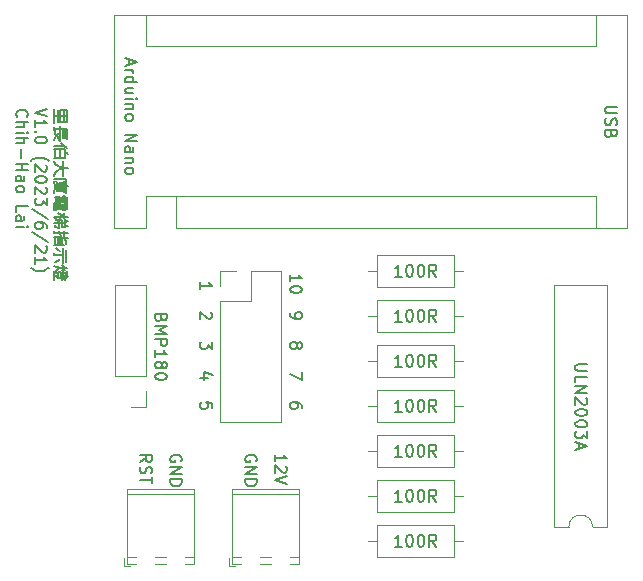
<source format=gbr>
%TF.GenerationSoftware,KiCad,Pcbnew,(6.0.7)*%
%TF.CreationDate,2023-06-21T14:43:57+08:00*%
%TF.ProjectId,Elevator_Indicator,456c6576-6174-46f7-925f-496e64696361,rev?*%
%TF.SameCoordinates,Original*%
%TF.FileFunction,Legend,Top*%
%TF.FilePolarity,Positive*%
%FSLAX46Y46*%
G04 Gerber Fmt 4.6, Leading zero omitted, Abs format (unit mm)*
G04 Created by KiCad (PCBNEW (6.0.7)) date 2023-06-21 14:43:57*
%MOMM*%
%LPD*%
G01*
G04 APERTURE LIST*
%ADD10C,0.150000*%
%ADD11C,0.120000*%
G04 APERTURE END LIST*
D10*
X93257619Y-80885357D02*
X93257619Y-81504404D01*
X92876666Y-81171071D01*
X92876666Y-81313928D01*
X92829047Y-81409166D01*
X92781428Y-81456785D01*
X92686190Y-81504404D01*
X92448095Y-81504404D01*
X92352857Y-81456785D01*
X92305238Y-81409166D01*
X92257619Y-81313928D01*
X92257619Y-81028214D01*
X92305238Y-80932976D01*
X92352857Y-80885357D01*
X92924285Y-83949166D02*
X92257619Y-83949166D01*
X93305238Y-83711071D02*
X92590952Y-83472976D01*
X92590952Y-84092023D01*
X90670000Y-91029404D02*
X90717619Y-90934166D01*
X90717619Y-90791309D01*
X90670000Y-90648452D01*
X90574761Y-90553214D01*
X90479523Y-90505595D01*
X90289047Y-90457976D01*
X90146190Y-90457976D01*
X89955714Y-90505595D01*
X89860476Y-90553214D01*
X89765238Y-90648452D01*
X89717619Y-90791309D01*
X89717619Y-90886547D01*
X89765238Y-91029404D01*
X89812857Y-91077023D01*
X90146190Y-91077023D01*
X90146190Y-90886547D01*
X89717619Y-91505595D02*
X90717619Y-91505595D01*
X89717619Y-92077023D01*
X90717619Y-92077023D01*
X89717619Y-92553214D02*
X90717619Y-92553214D01*
X90717619Y-92791309D01*
X90670000Y-92934166D01*
X90574761Y-93029404D01*
X90479523Y-93077023D01*
X90289047Y-93124642D01*
X90146190Y-93124642D01*
X89955714Y-93077023D01*
X89860476Y-93029404D01*
X89765238Y-92934166D01*
X89717619Y-92791309D01*
X89717619Y-92553214D01*
X100877619Y-83425357D02*
X100877619Y-84092023D01*
X99877619Y-83663452D01*
X127547619Y-60990595D02*
X126738095Y-60990595D01*
X126642857Y-61038214D01*
X126595238Y-61085833D01*
X126547619Y-61181071D01*
X126547619Y-61371547D01*
X126595238Y-61466785D01*
X126642857Y-61514404D01*
X126738095Y-61562023D01*
X127547619Y-61562023D01*
X126595238Y-61990595D02*
X126547619Y-62133452D01*
X126547619Y-62371547D01*
X126595238Y-62466785D01*
X126642857Y-62514404D01*
X126738095Y-62562023D01*
X126833333Y-62562023D01*
X126928571Y-62514404D01*
X126976190Y-62466785D01*
X127023809Y-62371547D01*
X127071428Y-62181071D01*
X127119047Y-62085833D01*
X127166666Y-62038214D01*
X127261904Y-61990595D01*
X127357142Y-61990595D01*
X127452380Y-62038214D01*
X127500000Y-62085833D01*
X127547619Y-62181071D01*
X127547619Y-62419166D01*
X127500000Y-62562023D01*
X127071428Y-63323928D02*
X127023809Y-63466785D01*
X126976190Y-63514404D01*
X126880952Y-63562023D01*
X126738095Y-63562023D01*
X126642857Y-63514404D01*
X126595238Y-63466785D01*
X126547619Y-63371547D01*
X126547619Y-62990595D01*
X127547619Y-62990595D01*
X127547619Y-63323928D01*
X127500000Y-63419166D01*
X127452380Y-63466785D01*
X127357142Y-63514404D01*
X127261904Y-63514404D01*
X127166666Y-63466785D01*
X127119047Y-63419166D01*
X127071428Y-63323928D01*
X127071428Y-62990595D01*
X98607619Y-91029404D02*
X98607619Y-90457976D01*
X98607619Y-90743690D02*
X99607619Y-90743690D01*
X99464761Y-90648452D01*
X99369523Y-90553214D01*
X99321904Y-90457976D01*
X99512380Y-91410357D02*
X99560000Y-91457976D01*
X99607619Y-91553214D01*
X99607619Y-91791309D01*
X99560000Y-91886547D01*
X99512380Y-91934166D01*
X99417142Y-91981785D01*
X99321904Y-91981785D01*
X99179047Y-91934166D01*
X98607619Y-91362738D01*
X98607619Y-91981785D01*
X99607619Y-92267500D02*
X98607619Y-92600833D01*
X99607619Y-92934166D01*
X100449047Y-81123452D02*
X100496666Y-81028214D01*
X100544285Y-80980595D01*
X100639523Y-80932976D01*
X100687142Y-80932976D01*
X100782380Y-80980595D01*
X100830000Y-81028214D01*
X100877619Y-81123452D01*
X100877619Y-81313928D01*
X100830000Y-81409166D01*
X100782380Y-81456785D01*
X100687142Y-81504404D01*
X100639523Y-81504404D01*
X100544285Y-81456785D01*
X100496666Y-81409166D01*
X100449047Y-81313928D01*
X100449047Y-81123452D01*
X100401428Y-81028214D01*
X100353809Y-80980595D01*
X100258571Y-80932976D01*
X100068095Y-80932976D01*
X99972857Y-80980595D01*
X99925238Y-81028214D01*
X99877619Y-81123452D01*
X99877619Y-81313928D01*
X99925238Y-81409166D01*
X99972857Y-81456785D01*
X100068095Y-81504404D01*
X100258571Y-81504404D01*
X100353809Y-81456785D01*
X100401428Y-81409166D01*
X100449047Y-81313928D01*
X88971428Y-78873928D02*
X88923809Y-79016785D01*
X88876190Y-79064404D01*
X88780952Y-79112023D01*
X88638095Y-79112023D01*
X88542857Y-79064404D01*
X88495238Y-79016785D01*
X88447619Y-78921547D01*
X88447619Y-78540595D01*
X89447619Y-78540595D01*
X89447619Y-78873928D01*
X89400000Y-78969166D01*
X89352380Y-79016785D01*
X89257142Y-79064404D01*
X89161904Y-79064404D01*
X89066666Y-79016785D01*
X89019047Y-78969166D01*
X88971428Y-78873928D01*
X88971428Y-78540595D01*
X88447619Y-79540595D02*
X89447619Y-79540595D01*
X88733333Y-79873928D01*
X89447619Y-80207261D01*
X88447619Y-80207261D01*
X88447619Y-80683452D02*
X89447619Y-80683452D01*
X89447619Y-81064404D01*
X89400000Y-81159642D01*
X89352380Y-81207261D01*
X89257142Y-81254880D01*
X89114285Y-81254880D01*
X89019047Y-81207261D01*
X88971428Y-81159642D01*
X88923809Y-81064404D01*
X88923809Y-80683452D01*
X88447619Y-82207261D02*
X88447619Y-81635833D01*
X88447619Y-81921547D02*
X89447619Y-81921547D01*
X89304761Y-81826309D01*
X89209523Y-81731071D01*
X89161904Y-81635833D01*
X89019047Y-82778690D02*
X89066666Y-82683452D01*
X89114285Y-82635833D01*
X89209523Y-82588214D01*
X89257142Y-82588214D01*
X89352380Y-82635833D01*
X89400000Y-82683452D01*
X89447619Y-82778690D01*
X89447619Y-82969166D01*
X89400000Y-83064404D01*
X89352380Y-83112023D01*
X89257142Y-83159642D01*
X89209523Y-83159642D01*
X89114285Y-83112023D01*
X89066666Y-83064404D01*
X89019047Y-82969166D01*
X89019047Y-82778690D01*
X88971428Y-82683452D01*
X88923809Y-82635833D01*
X88828571Y-82588214D01*
X88638095Y-82588214D01*
X88542857Y-82635833D01*
X88495238Y-82683452D01*
X88447619Y-82778690D01*
X88447619Y-82969166D01*
X88495238Y-83064404D01*
X88542857Y-83112023D01*
X88638095Y-83159642D01*
X88828571Y-83159642D01*
X88923809Y-83112023D01*
X88971428Y-83064404D01*
X89019047Y-82969166D01*
X89447619Y-83778690D02*
X89447619Y-83873928D01*
X89400000Y-83969166D01*
X89352380Y-84016785D01*
X89257142Y-84064404D01*
X89066666Y-84112023D01*
X88828571Y-84112023D01*
X88638095Y-84064404D01*
X88542857Y-84016785D01*
X88495238Y-83969166D01*
X88447619Y-83873928D01*
X88447619Y-83778690D01*
X88495238Y-83683452D01*
X88542857Y-83635833D01*
X88638095Y-83588214D01*
X88828571Y-83540595D01*
X89066666Y-83540595D01*
X89257142Y-83588214D01*
X89352380Y-83635833D01*
X89400000Y-83683452D01*
X89447619Y-83778690D01*
X97020000Y-91029404D02*
X97067619Y-90934166D01*
X97067619Y-90791309D01*
X97020000Y-90648452D01*
X96924761Y-90553214D01*
X96829523Y-90505595D01*
X96639047Y-90457976D01*
X96496190Y-90457976D01*
X96305714Y-90505595D01*
X96210476Y-90553214D01*
X96115238Y-90648452D01*
X96067619Y-90791309D01*
X96067619Y-90886547D01*
X96115238Y-91029404D01*
X96162857Y-91077023D01*
X96496190Y-91077023D01*
X96496190Y-90886547D01*
X96067619Y-91505595D02*
X97067619Y-91505595D01*
X96067619Y-92077023D01*
X97067619Y-92077023D01*
X96067619Y-92553214D02*
X97067619Y-92553214D01*
X97067619Y-92791309D01*
X97020000Y-92934166D01*
X96924761Y-93029404D01*
X96829523Y-93077023D01*
X96639047Y-93124642D01*
X96496190Y-93124642D01*
X96305714Y-93077023D01*
X96210476Y-93029404D01*
X96115238Y-92934166D01*
X96067619Y-92791309D01*
X96067619Y-92553214D01*
X93257619Y-86536785D02*
X93257619Y-86060595D01*
X92781428Y-86012976D01*
X92829047Y-86060595D01*
X92876666Y-86155833D01*
X92876666Y-86393928D01*
X92829047Y-86489166D01*
X92781428Y-86536785D01*
X92686190Y-86584404D01*
X92448095Y-86584404D01*
X92352857Y-86536785D01*
X92305238Y-86489166D01*
X92257619Y-86393928D01*
X92257619Y-86155833D01*
X92305238Y-86060595D01*
X92352857Y-86012976D01*
X87177619Y-91077023D02*
X87653809Y-90743690D01*
X87177619Y-90505595D02*
X88177619Y-90505595D01*
X88177619Y-90886547D01*
X88130000Y-90981785D01*
X88082380Y-91029404D01*
X87987142Y-91077023D01*
X87844285Y-91077023D01*
X87749047Y-91029404D01*
X87701428Y-90981785D01*
X87653809Y-90886547D01*
X87653809Y-90505595D01*
X87225238Y-91457976D02*
X87177619Y-91600833D01*
X87177619Y-91838928D01*
X87225238Y-91934166D01*
X87272857Y-91981785D01*
X87368095Y-92029404D01*
X87463333Y-92029404D01*
X87558571Y-91981785D01*
X87606190Y-91934166D01*
X87653809Y-91838928D01*
X87701428Y-91648452D01*
X87749047Y-91553214D01*
X87796666Y-91505595D01*
X87891904Y-91457976D01*
X87987142Y-91457976D01*
X88082380Y-91505595D01*
X88130000Y-91553214D01*
X88177619Y-91648452D01*
X88177619Y-91886547D01*
X88130000Y-92029404D01*
X88177619Y-92315119D02*
X88177619Y-92886547D01*
X87177619Y-92600833D02*
X88177619Y-92600833D01*
X100877619Y-86489166D02*
X100877619Y-86298690D01*
X100830000Y-86203452D01*
X100782380Y-86155833D01*
X100639523Y-86060595D01*
X100449047Y-86012976D01*
X100068095Y-86012976D01*
X99972857Y-86060595D01*
X99925238Y-86108214D01*
X99877619Y-86203452D01*
X99877619Y-86393928D01*
X99925238Y-86489166D01*
X99972857Y-86536785D01*
X100068095Y-86584404D01*
X100306190Y-86584404D01*
X100401428Y-86536785D01*
X100449047Y-86489166D01*
X100496666Y-86393928D01*
X100496666Y-86203452D01*
X100449047Y-86108214D01*
X100401428Y-86060595D01*
X100306190Y-86012976D01*
X99877619Y-75789404D02*
X99877619Y-75217976D01*
X99877619Y-75503690D02*
X100877619Y-75503690D01*
X100734761Y-75408452D01*
X100639523Y-75313214D01*
X100591904Y-75217976D01*
X100877619Y-76408452D02*
X100877619Y-76503690D01*
X100830000Y-76598928D01*
X100782380Y-76646547D01*
X100687142Y-76694166D01*
X100496666Y-76741785D01*
X100258571Y-76741785D01*
X100068095Y-76694166D01*
X99972857Y-76646547D01*
X99925238Y-76598928D01*
X99877619Y-76503690D01*
X99877619Y-76408452D01*
X99925238Y-76313214D01*
X99972857Y-76265595D01*
X100068095Y-76217976D01*
X100258571Y-76170357D01*
X100496666Y-76170357D01*
X100687142Y-76217976D01*
X100782380Y-76265595D01*
X100830000Y-76313214D01*
X100877619Y-76408452D01*
X99877619Y-78488214D02*
X99877619Y-78678690D01*
X99925238Y-78773928D01*
X99972857Y-78821547D01*
X100115714Y-78916785D01*
X100306190Y-78964404D01*
X100687142Y-78964404D01*
X100782380Y-78916785D01*
X100830000Y-78869166D01*
X100877619Y-78773928D01*
X100877619Y-78583452D01*
X100830000Y-78488214D01*
X100782380Y-78440595D01*
X100687142Y-78392976D01*
X100449047Y-78392976D01*
X100353809Y-78440595D01*
X100306190Y-78488214D01*
X100258571Y-78583452D01*
X100258571Y-78773928D01*
X100306190Y-78869166D01*
X100353809Y-78916785D01*
X100449047Y-78964404D01*
X92257619Y-76424404D02*
X92257619Y-75852976D01*
X92257619Y-76138690D02*
X93257619Y-76138690D01*
X93114761Y-76043452D01*
X93019523Y-75948214D01*
X92971904Y-75852976D01*
X93162380Y-78392976D02*
X93210000Y-78440595D01*
X93257619Y-78535833D01*
X93257619Y-78773928D01*
X93210000Y-78869166D01*
X93162380Y-78916785D01*
X93067142Y-78964404D01*
X92971904Y-78964404D01*
X92829047Y-78916785D01*
X92257619Y-78345357D01*
X92257619Y-78964404D01*
X80707142Y-61295595D02*
X80707142Y-62247976D01*
X80421428Y-61295595D02*
X80421428Y-62247976D01*
X80183333Y-61247976D02*
X80183333Y-62295595D01*
X79897619Y-61152738D02*
X79897619Y-62390833D01*
X80945238Y-61295595D02*
X80421428Y-61295595D01*
X80945238Y-61771785D02*
X79897619Y-61771785D01*
X80945238Y-61295595D02*
X80945238Y-62247976D01*
X80421428Y-62247976D01*
X80992857Y-62914642D02*
X80992857Y-63724166D01*
X80802380Y-62914642D02*
X80802380Y-63676547D01*
X80611904Y-62914642D02*
X80611904Y-63676547D01*
X80373809Y-62628928D02*
X80373809Y-63867023D01*
X80992857Y-62914642D02*
X79945238Y-62914642D01*
X80278571Y-63200357D02*
X80040476Y-63438452D01*
X79897619Y-63771785D01*
X80326190Y-63771785D02*
X80135714Y-63390833D01*
X79992857Y-63343214D02*
X79897619Y-62724166D01*
X80373809Y-64581309D02*
X80373809Y-65343214D01*
X79945238Y-64581309D02*
X79945238Y-65343214D01*
X80754761Y-64343214D02*
X79897619Y-64343214D01*
X80802380Y-64581309D02*
X79897619Y-64581309D01*
X80802380Y-64581309D02*
X80802380Y-65343214D01*
X79897619Y-65343214D01*
X81040476Y-64962261D02*
X80802380Y-64867023D01*
X80992857Y-64486071D02*
X80707142Y-64343214D01*
X80469047Y-64105119D01*
X80611904Y-65581309D02*
X80611904Y-66819404D01*
X81040476Y-66200357D02*
X80659523Y-66200357D01*
X80230952Y-66390833D01*
X79992857Y-66628928D01*
X79897619Y-66819404D01*
X80564285Y-66152738D02*
X80183333Y-66009880D01*
X79992857Y-65819404D01*
X79897619Y-65581309D01*
X80945238Y-66200357D02*
X80373809Y-66105119D01*
X80897619Y-67152738D02*
X80897619Y-68295595D01*
X80754761Y-67295595D02*
X80754761Y-68247976D01*
X80516666Y-67438452D02*
X80516666Y-68152738D01*
X80421428Y-67438452D02*
X80421428Y-68152738D01*
X80278571Y-67438452D02*
X80278571Y-68152738D01*
X80659523Y-67438452D02*
X80278571Y-67438452D01*
X81040476Y-67724166D02*
X80897619Y-67724166D01*
X80659523Y-67438452D02*
X80659523Y-68152738D01*
X80278571Y-68152738D01*
X80754761Y-67724166D02*
X80659523Y-67724166D01*
X80230952Y-67628928D02*
X80088095Y-67295595D01*
X80135714Y-67486071D02*
X79992857Y-67771785D01*
X79897619Y-68295595D01*
X80135714Y-67486071D02*
X80135714Y-68105119D01*
X79992857Y-67771785D01*
X79897619Y-67295595D01*
X80897619Y-67152738D02*
X80278571Y-67152738D01*
X79897619Y-67105119D01*
X80945238Y-68628928D02*
X80945238Y-69628928D01*
X80659523Y-68676547D02*
X80659523Y-68962261D01*
X80659523Y-69247976D02*
X80659523Y-69581309D01*
X80516666Y-68628928D02*
X80516666Y-68962261D01*
X80516666Y-69247976D02*
X80516666Y-69628928D01*
X80230952Y-68676547D02*
X80230952Y-69628928D01*
X80040476Y-68676547D02*
X80040476Y-69628928D01*
X79897619Y-69152738D02*
X79897619Y-69724166D01*
X80802380Y-68533690D02*
X80611904Y-68533690D01*
X80373809Y-68676547D02*
X79992857Y-68676547D01*
X80945238Y-69105119D02*
X80469047Y-69105119D01*
X80373809Y-69152738D02*
X79897619Y-69152738D01*
X80373809Y-68676547D02*
X80373809Y-69628928D01*
X80040476Y-69628928D01*
X80802380Y-68533690D02*
X80802380Y-69724166D01*
X80611904Y-69724166D01*
X80040476Y-69771785D02*
X79897619Y-69724166D01*
X80707142Y-70009880D02*
X80707142Y-70438452D01*
X80516666Y-70581309D02*
X80516666Y-71200357D01*
X79992857Y-71009880D02*
X79992857Y-71200357D01*
X81040476Y-70295595D02*
X79897619Y-70295595D01*
X80802380Y-70867023D02*
X79897619Y-70867023D01*
X80802380Y-70533690D02*
X80802380Y-71200357D01*
X80564285Y-71200357D01*
X80611904Y-70247976D02*
X80421428Y-70438452D01*
X81040476Y-71105119D02*
X80897619Y-71057500D01*
X80088095Y-70628928D02*
X79992857Y-70438452D01*
X80326190Y-70867023D02*
X80040476Y-70533690D01*
X81040476Y-70676547D02*
X80850000Y-70724166D01*
X80707142Y-70247976D02*
X80183333Y-70009880D01*
X80802380Y-70247976D02*
X80278571Y-70105119D01*
X80564285Y-70581309D02*
X80278571Y-70533690D01*
X80326190Y-71247976D01*
X79992857Y-71200357D01*
X80754761Y-71486071D02*
X80754761Y-71914642D01*
X80564285Y-72057500D02*
X80564285Y-72676547D01*
X80183333Y-72057500D02*
X80183333Y-72676547D01*
X79945238Y-72057500D02*
X79945238Y-72676547D01*
X79897619Y-71533690D02*
X79897619Y-71724166D01*
X81040476Y-71724166D02*
X79897619Y-71724166D01*
X81040476Y-72105119D02*
X80611904Y-72105119D01*
X80421428Y-72057500D02*
X79897619Y-72057500D01*
X80421428Y-72057500D02*
X80421428Y-72676547D01*
X79897619Y-72676547D01*
X80754761Y-72724166D02*
X80564285Y-72676547D01*
X80469047Y-71914642D02*
X80326190Y-71486071D01*
X80897619Y-72628928D02*
X80802380Y-72057500D01*
X80897619Y-73105119D02*
X80897619Y-74105119D01*
X80611904Y-72962261D02*
X80611904Y-74200357D01*
X79897619Y-73343214D02*
X79897619Y-73581309D01*
X80611904Y-73581309D02*
X79897619Y-73581309D01*
X80373809Y-73914642D02*
X80230952Y-74057500D01*
X79992857Y-74152738D01*
X80421428Y-73247976D02*
X80230952Y-73152738D01*
X80040476Y-72962261D01*
X80659523Y-75057500D02*
X80659523Y-75438452D01*
X80230952Y-75009880D02*
X80230952Y-75533690D01*
X79897619Y-74867023D02*
X79897619Y-75628928D01*
X80469047Y-75009880D02*
X80230952Y-75009880D01*
X80469047Y-75009880D02*
X80469047Y-75533690D01*
X80230952Y-75533690D01*
X80992857Y-74676547D02*
X80278571Y-74676547D01*
X80088095Y-74867023D01*
X80850000Y-75343214D02*
X80564285Y-75628928D01*
X80850000Y-75628928D02*
X80754761Y-75438452D01*
X80850000Y-74962261D02*
X80754761Y-75057500D01*
X80516666Y-74819404D01*
X80992857Y-75486071D02*
X80850000Y-75343214D01*
X80135714Y-75105119D02*
X79992857Y-75105119D01*
X81040476Y-75295595D02*
X80754761Y-75390833D01*
X80183333Y-75438452D02*
X79992857Y-75343214D01*
X80802380Y-74819404D02*
X80611904Y-74724166D01*
X80278571Y-74628928D02*
X79897619Y-74486071D01*
X80945238Y-74914642D02*
X80992857Y-75200357D01*
X80707142Y-75057500D01*
X80754761Y-74533690D02*
X80516666Y-74438452D01*
X80516666Y-74676547D02*
X80040476Y-74581309D01*
X79287619Y-61152738D02*
X78287619Y-61486071D01*
X79287619Y-61819404D01*
X78287619Y-62676547D02*
X78287619Y-62105119D01*
X78287619Y-62390833D02*
X79287619Y-62390833D01*
X79144761Y-62295595D01*
X79049523Y-62200357D01*
X79001904Y-62105119D01*
X78382857Y-63105119D02*
X78335238Y-63152738D01*
X78287619Y-63105119D01*
X78335238Y-63057500D01*
X78382857Y-63105119D01*
X78287619Y-63105119D01*
X79287619Y-63771785D02*
X79287619Y-63867023D01*
X79240000Y-63962261D01*
X79192380Y-64009880D01*
X79097142Y-64057500D01*
X78906666Y-64105119D01*
X78668571Y-64105119D01*
X78478095Y-64057500D01*
X78382857Y-64009880D01*
X78335238Y-63962261D01*
X78287619Y-63867023D01*
X78287619Y-63771785D01*
X78335238Y-63676547D01*
X78382857Y-63628928D01*
X78478095Y-63581309D01*
X78668571Y-63533690D01*
X78906666Y-63533690D01*
X79097142Y-63581309D01*
X79192380Y-63628928D01*
X79240000Y-63676547D01*
X79287619Y-63771785D01*
X77906666Y-65581309D02*
X77954285Y-65533690D01*
X78097142Y-65438452D01*
X78192380Y-65390833D01*
X78335238Y-65343214D01*
X78573333Y-65295595D01*
X78763809Y-65295595D01*
X79001904Y-65343214D01*
X79144761Y-65390833D01*
X79240000Y-65438452D01*
X79382857Y-65533690D01*
X79430476Y-65581309D01*
X79192380Y-65914642D02*
X79240000Y-65962261D01*
X79287619Y-66057500D01*
X79287619Y-66295595D01*
X79240000Y-66390833D01*
X79192380Y-66438452D01*
X79097142Y-66486071D01*
X79001904Y-66486071D01*
X78859047Y-66438452D01*
X78287619Y-65867023D01*
X78287619Y-66486071D01*
X79287619Y-67105119D02*
X79287619Y-67200357D01*
X79240000Y-67295595D01*
X79192380Y-67343214D01*
X79097142Y-67390833D01*
X78906666Y-67438452D01*
X78668571Y-67438452D01*
X78478095Y-67390833D01*
X78382857Y-67343214D01*
X78335238Y-67295595D01*
X78287619Y-67200357D01*
X78287619Y-67105119D01*
X78335238Y-67009880D01*
X78382857Y-66962261D01*
X78478095Y-66914642D01*
X78668571Y-66867023D01*
X78906666Y-66867023D01*
X79097142Y-66914642D01*
X79192380Y-66962261D01*
X79240000Y-67009880D01*
X79287619Y-67105119D01*
X79192380Y-67819404D02*
X79240000Y-67867023D01*
X79287619Y-67962261D01*
X79287619Y-68200357D01*
X79240000Y-68295595D01*
X79192380Y-68343214D01*
X79097142Y-68390833D01*
X79001904Y-68390833D01*
X78859047Y-68343214D01*
X78287619Y-67771785D01*
X78287619Y-68390833D01*
X79287619Y-68724166D02*
X79287619Y-69343214D01*
X78906666Y-69009880D01*
X78906666Y-69152738D01*
X78859047Y-69247976D01*
X78811428Y-69295595D01*
X78716190Y-69343214D01*
X78478095Y-69343214D01*
X78382857Y-69295595D01*
X78335238Y-69247976D01*
X78287619Y-69152738D01*
X78287619Y-68867023D01*
X78335238Y-68771785D01*
X78382857Y-68724166D01*
X79335238Y-70486071D02*
X78049523Y-69628928D01*
X79287619Y-71247976D02*
X79287619Y-71057500D01*
X79240000Y-70962261D01*
X79192380Y-70914642D01*
X79049523Y-70819404D01*
X78859047Y-70771785D01*
X78478095Y-70771785D01*
X78382857Y-70819404D01*
X78335238Y-70867023D01*
X78287619Y-70962261D01*
X78287619Y-71152738D01*
X78335238Y-71247976D01*
X78382857Y-71295595D01*
X78478095Y-71343214D01*
X78716190Y-71343214D01*
X78811428Y-71295595D01*
X78859047Y-71247976D01*
X78906666Y-71152738D01*
X78906666Y-70962261D01*
X78859047Y-70867023D01*
X78811428Y-70819404D01*
X78716190Y-70771785D01*
X79335238Y-72486071D02*
X78049523Y-71628928D01*
X79192380Y-72771785D02*
X79240000Y-72819404D01*
X79287619Y-72914642D01*
X79287619Y-73152738D01*
X79240000Y-73247976D01*
X79192380Y-73295595D01*
X79097142Y-73343214D01*
X79001904Y-73343214D01*
X78859047Y-73295595D01*
X78287619Y-72724166D01*
X78287619Y-73343214D01*
X78287619Y-74295595D02*
X78287619Y-73724166D01*
X78287619Y-74009880D02*
X79287619Y-74009880D01*
X79144761Y-73914642D01*
X79049523Y-73819404D01*
X79001904Y-73724166D01*
X77906666Y-74628928D02*
X77954285Y-74676547D01*
X78097142Y-74771785D01*
X78192380Y-74819404D01*
X78335238Y-74867023D01*
X78573333Y-74914642D01*
X78763809Y-74914642D01*
X79001904Y-74867023D01*
X79144761Y-74819404D01*
X79240000Y-74771785D01*
X79382857Y-74676547D01*
X79430476Y-74628928D01*
X76772857Y-61867023D02*
X76725238Y-61819404D01*
X76677619Y-61676547D01*
X76677619Y-61581309D01*
X76725238Y-61438452D01*
X76820476Y-61343214D01*
X76915714Y-61295595D01*
X77106190Y-61247976D01*
X77249047Y-61247976D01*
X77439523Y-61295595D01*
X77534761Y-61343214D01*
X77630000Y-61438452D01*
X77677619Y-61581309D01*
X77677619Y-61676547D01*
X77630000Y-61819404D01*
X77582380Y-61867023D01*
X76677619Y-62295595D02*
X77677619Y-62295595D01*
X76677619Y-62724166D02*
X77201428Y-62724166D01*
X77296666Y-62676547D01*
X77344285Y-62581309D01*
X77344285Y-62438452D01*
X77296666Y-62343214D01*
X77249047Y-62295595D01*
X76677619Y-63200357D02*
X77344285Y-63200357D01*
X77677619Y-63200357D02*
X77630000Y-63152738D01*
X77582380Y-63200357D01*
X77630000Y-63247976D01*
X77677619Y-63200357D01*
X77582380Y-63200357D01*
X76677619Y-63676547D02*
X77677619Y-63676547D01*
X76677619Y-64105119D02*
X77201428Y-64105119D01*
X77296666Y-64057500D01*
X77344285Y-63962261D01*
X77344285Y-63819404D01*
X77296666Y-63724166D01*
X77249047Y-63676547D01*
X77058571Y-64581309D02*
X77058571Y-65343214D01*
X76677619Y-65819404D02*
X77677619Y-65819404D01*
X77201428Y-65819404D02*
X77201428Y-66390833D01*
X76677619Y-66390833D02*
X77677619Y-66390833D01*
X76677619Y-67295595D02*
X77201428Y-67295595D01*
X77296666Y-67247976D01*
X77344285Y-67152738D01*
X77344285Y-66962261D01*
X77296666Y-66867023D01*
X76725238Y-67295595D02*
X76677619Y-67200357D01*
X76677619Y-66962261D01*
X76725238Y-66867023D01*
X76820476Y-66819404D01*
X76915714Y-66819404D01*
X77010952Y-66867023D01*
X77058571Y-66962261D01*
X77058571Y-67200357D01*
X77106190Y-67295595D01*
X76677619Y-67914642D02*
X76725238Y-67819404D01*
X76772857Y-67771785D01*
X76868095Y-67724166D01*
X77153809Y-67724166D01*
X77249047Y-67771785D01*
X77296666Y-67819404D01*
X77344285Y-67914642D01*
X77344285Y-68057500D01*
X77296666Y-68152738D01*
X77249047Y-68200357D01*
X77153809Y-68247976D01*
X76868095Y-68247976D01*
X76772857Y-68200357D01*
X76725238Y-68152738D01*
X76677619Y-68057500D01*
X76677619Y-67914642D01*
X76677619Y-69914642D02*
X76677619Y-69438452D01*
X77677619Y-69438452D01*
X76677619Y-70676547D02*
X77201428Y-70676547D01*
X77296666Y-70628928D01*
X77344285Y-70533690D01*
X77344285Y-70343214D01*
X77296666Y-70247976D01*
X76725238Y-70676547D02*
X76677619Y-70581309D01*
X76677619Y-70343214D01*
X76725238Y-70247976D01*
X76820476Y-70200357D01*
X76915714Y-70200357D01*
X77010952Y-70247976D01*
X77058571Y-70343214D01*
X77058571Y-70581309D01*
X77106190Y-70676547D01*
X76677619Y-71152738D02*
X77344285Y-71152738D01*
X77677619Y-71152738D02*
X77630000Y-71105119D01*
X77582380Y-71152738D01*
X77630000Y-71200357D01*
X77677619Y-71152738D01*
X77582380Y-71152738D01*
%TO.C,R2*%
X109323333Y-94432380D02*
X108751904Y-94432380D01*
X109037619Y-94432380D02*
X109037619Y-93432380D01*
X108942380Y-93575238D01*
X108847142Y-93670476D01*
X108751904Y-93718095D01*
X109942380Y-93432380D02*
X110037619Y-93432380D01*
X110132857Y-93480000D01*
X110180476Y-93527619D01*
X110228095Y-93622857D01*
X110275714Y-93813333D01*
X110275714Y-94051428D01*
X110228095Y-94241904D01*
X110180476Y-94337142D01*
X110132857Y-94384761D01*
X110037619Y-94432380D01*
X109942380Y-94432380D01*
X109847142Y-94384761D01*
X109799523Y-94337142D01*
X109751904Y-94241904D01*
X109704285Y-94051428D01*
X109704285Y-93813333D01*
X109751904Y-93622857D01*
X109799523Y-93527619D01*
X109847142Y-93480000D01*
X109942380Y-93432380D01*
X110894761Y-93432380D02*
X110990000Y-93432380D01*
X111085238Y-93480000D01*
X111132857Y-93527619D01*
X111180476Y-93622857D01*
X111228095Y-93813333D01*
X111228095Y-94051428D01*
X111180476Y-94241904D01*
X111132857Y-94337142D01*
X111085238Y-94384761D01*
X110990000Y-94432380D01*
X110894761Y-94432380D01*
X110799523Y-94384761D01*
X110751904Y-94337142D01*
X110704285Y-94241904D01*
X110656666Y-94051428D01*
X110656666Y-93813333D01*
X110704285Y-93622857D01*
X110751904Y-93527619D01*
X110799523Y-93480000D01*
X110894761Y-93432380D01*
X112228095Y-94432380D02*
X111894761Y-93956190D01*
X111656666Y-94432380D02*
X111656666Y-93432380D01*
X112037619Y-93432380D01*
X112132857Y-93480000D01*
X112180476Y-93527619D01*
X112228095Y-93622857D01*
X112228095Y-93765714D01*
X112180476Y-93860952D01*
X112132857Y-93908571D01*
X112037619Y-93956190D01*
X111656666Y-93956190D01*
%TO.C,R6*%
X109323333Y-79192380D02*
X108751904Y-79192380D01*
X109037619Y-79192380D02*
X109037619Y-78192380D01*
X108942380Y-78335238D01*
X108847142Y-78430476D01*
X108751904Y-78478095D01*
X109942380Y-78192380D02*
X110037619Y-78192380D01*
X110132857Y-78240000D01*
X110180476Y-78287619D01*
X110228095Y-78382857D01*
X110275714Y-78573333D01*
X110275714Y-78811428D01*
X110228095Y-79001904D01*
X110180476Y-79097142D01*
X110132857Y-79144761D01*
X110037619Y-79192380D01*
X109942380Y-79192380D01*
X109847142Y-79144761D01*
X109799523Y-79097142D01*
X109751904Y-79001904D01*
X109704285Y-78811428D01*
X109704285Y-78573333D01*
X109751904Y-78382857D01*
X109799523Y-78287619D01*
X109847142Y-78240000D01*
X109942380Y-78192380D01*
X110894761Y-78192380D02*
X110990000Y-78192380D01*
X111085238Y-78240000D01*
X111132857Y-78287619D01*
X111180476Y-78382857D01*
X111228095Y-78573333D01*
X111228095Y-78811428D01*
X111180476Y-79001904D01*
X111132857Y-79097142D01*
X111085238Y-79144761D01*
X110990000Y-79192380D01*
X110894761Y-79192380D01*
X110799523Y-79144761D01*
X110751904Y-79097142D01*
X110704285Y-79001904D01*
X110656666Y-78811428D01*
X110656666Y-78573333D01*
X110704285Y-78382857D01*
X110751904Y-78287619D01*
X110799523Y-78240000D01*
X110894761Y-78192380D01*
X112228095Y-79192380D02*
X111894761Y-78716190D01*
X111656666Y-79192380D02*
X111656666Y-78192380D01*
X112037619Y-78192380D01*
X112132857Y-78240000D01*
X112180476Y-78287619D01*
X112228095Y-78382857D01*
X112228095Y-78525714D01*
X112180476Y-78620952D01*
X112132857Y-78668571D01*
X112037619Y-78716190D01*
X111656666Y-78716190D01*
%TO.C,R5*%
X109323333Y-83002380D02*
X108751904Y-83002380D01*
X109037619Y-83002380D02*
X109037619Y-82002380D01*
X108942380Y-82145238D01*
X108847142Y-82240476D01*
X108751904Y-82288095D01*
X109942380Y-82002380D02*
X110037619Y-82002380D01*
X110132857Y-82050000D01*
X110180476Y-82097619D01*
X110228095Y-82192857D01*
X110275714Y-82383333D01*
X110275714Y-82621428D01*
X110228095Y-82811904D01*
X110180476Y-82907142D01*
X110132857Y-82954761D01*
X110037619Y-83002380D01*
X109942380Y-83002380D01*
X109847142Y-82954761D01*
X109799523Y-82907142D01*
X109751904Y-82811904D01*
X109704285Y-82621428D01*
X109704285Y-82383333D01*
X109751904Y-82192857D01*
X109799523Y-82097619D01*
X109847142Y-82050000D01*
X109942380Y-82002380D01*
X110894761Y-82002380D02*
X110990000Y-82002380D01*
X111085238Y-82050000D01*
X111132857Y-82097619D01*
X111180476Y-82192857D01*
X111228095Y-82383333D01*
X111228095Y-82621428D01*
X111180476Y-82811904D01*
X111132857Y-82907142D01*
X111085238Y-82954761D01*
X110990000Y-83002380D01*
X110894761Y-83002380D01*
X110799523Y-82954761D01*
X110751904Y-82907142D01*
X110704285Y-82811904D01*
X110656666Y-82621428D01*
X110656666Y-82383333D01*
X110704285Y-82192857D01*
X110751904Y-82097619D01*
X110799523Y-82050000D01*
X110894761Y-82002380D01*
X112228095Y-83002380D02*
X111894761Y-82526190D01*
X111656666Y-83002380D02*
X111656666Y-82002380D01*
X112037619Y-82002380D01*
X112132857Y-82050000D01*
X112180476Y-82097619D01*
X112228095Y-82192857D01*
X112228095Y-82335714D01*
X112180476Y-82430952D01*
X112132857Y-82478571D01*
X112037619Y-82526190D01*
X111656666Y-82526190D01*
%TO.C,R4*%
X109323333Y-86812380D02*
X108751904Y-86812380D01*
X109037619Y-86812380D02*
X109037619Y-85812380D01*
X108942380Y-85955238D01*
X108847142Y-86050476D01*
X108751904Y-86098095D01*
X109942380Y-85812380D02*
X110037619Y-85812380D01*
X110132857Y-85860000D01*
X110180476Y-85907619D01*
X110228095Y-86002857D01*
X110275714Y-86193333D01*
X110275714Y-86431428D01*
X110228095Y-86621904D01*
X110180476Y-86717142D01*
X110132857Y-86764761D01*
X110037619Y-86812380D01*
X109942380Y-86812380D01*
X109847142Y-86764761D01*
X109799523Y-86717142D01*
X109751904Y-86621904D01*
X109704285Y-86431428D01*
X109704285Y-86193333D01*
X109751904Y-86002857D01*
X109799523Y-85907619D01*
X109847142Y-85860000D01*
X109942380Y-85812380D01*
X110894761Y-85812380D02*
X110990000Y-85812380D01*
X111085238Y-85860000D01*
X111132857Y-85907619D01*
X111180476Y-86002857D01*
X111228095Y-86193333D01*
X111228095Y-86431428D01*
X111180476Y-86621904D01*
X111132857Y-86717142D01*
X111085238Y-86764761D01*
X110990000Y-86812380D01*
X110894761Y-86812380D01*
X110799523Y-86764761D01*
X110751904Y-86717142D01*
X110704285Y-86621904D01*
X110656666Y-86431428D01*
X110656666Y-86193333D01*
X110704285Y-86002857D01*
X110751904Y-85907619D01*
X110799523Y-85860000D01*
X110894761Y-85812380D01*
X112228095Y-86812380D02*
X111894761Y-86336190D01*
X111656666Y-86812380D02*
X111656666Y-85812380D01*
X112037619Y-85812380D01*
X112132857Y-85860000D01*
X112180476Y-85907619D01*
X112228095Y-86002857D01*
X112228095Y-86145714D01*
X112180476Y-86240952D01*
X112132857Y-86288571D01*
X112037619Y-86336190D01*
X111656666Y-86336190D01*
%TO.C,R1*%
X109323333Y-98242380D02*
X108751904Y-98242380D01*
X109037619Y-98242380D02*
X109037619Y-97242380D01*
X108942380Y-97385238D01*
X108847142Y-97480476D01*
X108751904Y-97528095D01*
X109942380Y-97242380D02*
X110037619Y-97242380D01*
X110132857Y-97290000D01*
X110180476Y-97337619D01*
X110228095Y-97432857D01*
X110275714Y-97623333D01*
X110275714Y-97861428D01*
X110228095Y-98051904D01*
X110180476Y-98147142D01*
X110132857Y-98194761D01*
X110037619Y-98242380D01*
X109942380Y-98242380D01*
X109847142Y-98194761D01*
X109799523Y-98147142D01*
X109751904Y-98051904D01*
X109704285Y-97861428D01*
X109704285Y-97623333D01*
X109751904Y-97432857D01*
X109799523Y-97337619D01*
X109847142Y-97290000D01*
X109942380Y-97242380D01*
X110894761Y-97242380D02*
X110990000Y-97242380D01*
X111085238Y-97290000D01*
X111132857Y-97337619D01*
X111180476Y-97432857D01*
X111228095Y-97623333D01*
X111228095Y-97861428D01*
X111180476Y-98051904D01*
X111132857Y-98147142D01*
X111085238Y-98194761D01*
X110990000Y-98242380D01*
X110894761Y-98242380D01*
X110799523Y-98194761D01*
X110751904Y-98147142D01*
X110704285Y-98051904D01*
X110656666Y-97861428D01*
X110656666Y-97623333D01*
X110704285Y-97432857D01*
X110751904Y-97337619D01*
X110799523Y-97290000D01*
X110894761Y-97242380D01*
X112228095Y-98242380D02*
X111894761Y-97766190D01*
X111656666Y-98242380D02*
X111656666Y-97242380D01*
X112037619Y-97242380D01*
X112132857Y-97290000D01*
X112180476Y-97337619D01*
X112228095Y-97432857D01*
X112228095Y-97575714D01*
X112180476Y-97670952D01*
X112132857Y-97718571D01*
X112037619Y-97766190D01*
X111656666Y-97766190D01*
%TO.C,R3*%
X109323333Y-90622380D02*
X108751904Y-90622380D01*
X109037619Y-90622380D02*
X109037619Y-89622380D01*
X108942380Y-89765238D01*
X108847142Y-89860476D01*
X108751904Y-89908095D01*
X109942380Y-89622380D02*
X110037619Y-89622380D01*
X110132857Y-89670000D01*
X110180476Y-89717619D01*
X110228095Y-89812857D01*
X110275714Y-90003333D01*
X110275714Y-90241428D01*
X110228095Y-90431904D01*
X110180476Y-90527142D01*
X110132857Y-90574761D01*
X110037619Y-90622380D01*
X109942380Y-90622380D01*
X109847142Y-90574761D01*
X109799523Y-90527142D01*
X109751904Y-90431904D01*
X109704285Y-90241428D01*
X109704285Y-90003333D01*
X109751904Y-89812857D01*
X109799523Y-89717619D01*
X109847142Y-89670000D01*
X109942380Y-89622380D01*
X110894761Y-89622380D02*
X110990000Y-89622380D01*
X111085238Y-89670000D01*
X111132857Y-89717619D01*
X111180476Y-89812857D01*
X111228095Y-90003333D01*
X111228095Y-90241428D01*
X111180476Y-90431904D01*
X111132857Y-90527142D01*
X111085238Y-90574761D01*
X110990000Y-90622380D01*
X110894761Y-90622380D01*
X110799523Y-90574761D01*
X110751904Y-90527142D01*
X110704285Y-90431904D01*
X110656666Y-90241428D01*
X110656666Y-90003333D01*
X110704285Y-89812857D01*
X110751904Y-89717619D01*
X110799523Y-89670000D01*
X110894761Y-89622380D01*
X112228095Y-90622380D02*
X111894761Y-90146190D01*
X111656666Y-90622380D02*
X111656666Y-89622380D01*
X112037619Y-89622380D01*
X112132857Y-89670000D01*
X112180476Y-89717619D01*
X112228095Y-89812857D01*
X112228095Y-89955714D01*
X112180476Y-90050952D01*
X112132857Y-90098571D01*
X112037619Y-90146190D01*
X111656666Y-90146190D01*
%TO.C,A1*%
X86193333Y-56981904D02*
X86193333Y-57458095D01*
X85907619Y-56886666D02*
X86907619Y-57220000D01*
X85907619Y-57553333D01*
X85907619Y-57886666D02*
X86574285Y-57886666D01*
X86383809Y-57886666D02*
X86479047Y-57934285D01*
X86526666Y-57981904D01*
X86574285Y-58077142D01*
X86574285Y-58172380D01*
X85907619Y-58934285D02*
X86907619Y-58934285D01*
X85955238Y-58934285D02*
X85907619Y-58839047D01*
X85907619Y-58648571D01*
X85955238Y-58553333D01*
X86002857Y-58505714D01*
X86098095Y-58458095D01*
X86383809Y-58458095D01*
X86479047Y-58505714D01*
X86526666Y-58553333D01*
X86574285Y-58648571D01*
X86574285Y-58839047D01*
X86526666Y-58934285D01*
X86574285Y-59839047D02*
X85907619Y-59839047D01*
X86574285Y-59410476D02*
X86050476Y-59410476D01*
X85955238Y-59458095D01*
X85907619Y-59553333D01*
X85907619Y-59696190D01*
X85955238Y-59791428D01*
X86002857Y-59839047D01*
X85907619Y-60315238D02*
X86574285Y-60315238D01*
X86907619Y-60315238D02*
X86860000Y-60267619D01*
X86812380Y-60315238D01*
X86860000Y-60362857D01*
X86907619Y-60315238D01*
X86812380Y-60315238D01*
X86574285Y-60791428D02*
X85907619Y-60791428D01*
X86479047Y-60791428D02*
X86526666Y-60839047D01*
X86574285Y-60934285D01*
X86574285Y-61077142D01*
X86526666Y-61172380D01*
X86431428Y-61220000D01*
X85907619Y-61220000D01*
X85907619Y-61839047D02*
X85955238Y-61743809D01*
X86002857Y-61696190D01*
X86098095Y-61648571D01*
X86383809Y-61648571D01*
X86479047Y-61696190D01*
X86526666Y-61743809D01*
X86574285Y-61839047D01*
X86574285Y-61981904D01*
X86526666Y-62077142D01*
X86479047Y-62124761D01*
X86383809Y-62172380D01*
X86098095Y-62172380D01*
X86002857Y-62124761D01*
X85955238Y-62077142D01*
X85907619Y-61981904D01*
X85907619Y-61839047D01*
X85907619Y-63362857D02*
X86907619Y-63362857D01*
X85907619Y-63934285D01*
X86907619Y-63934285D01*
X85907619Y-64839047D02*
X86431428Y-64839047D01*
X86526666Y-64791428D01*
X86574285Y-64696190D01*
X86574285Y-64505714D01*
X86526666Y-64410476D01*
X85955238Y-64839047D02*
X85907619Y-64743809D01*
X85907619Y-64505714D01*
X85955238Y-64410476D01*
X86050476Y-64362857D01*
X86145714Y-64362857D01*
X86240952Y-64410476D01*
X86288571Y-64505714D01*
X86288571Y-64743809D01*
X86336190Y-64839047D01*
X86574285Y-65315238D02*
X85907619Y-65315238D01*
X86479047Y-65315238D02*
X86526666Y-65362857D01*
X86574285Y-65458095D01*
X86574285Y-65600952D01*
X86526666Y-65696190D01*
X86431428Y-65743809D01*
X85907619Y-65743809D01*
X85907619Y-66362857D02*
X85955238Y-66267619D01*
X86002857Y-66220000D01*
X86098095Y-66172380D01*
X86383809Y-66172380D01*
X86479047Y-66220000D01*
X86526666Y-66267619D01*
X86574285Y-66362857D01*
X86574285Y-66505714D01*
X86526666Y-66600952D01*
X86479047Y-66648571D01*
X86383809Y-66696190D01*
X86098095Y-66696190D01*
X86002857Y-66648571D01*
X85955238Y-66600952D01*
X85907619Y-66505714D01*
X85907619Y-66362857D01*
%TO.C,R7*%
X109323333Y-75382380D02*
X108751904Y-75382380D01*
X109037619Y-75382380D02*
X109037619Y-74382380D01*
X108942380Y-74525238D01*
X108847142Y-74620476D01*
X108751904Y-74668095D01*
X109942380Y-74382380D02*
X110037619Y-74382380D01*
X110132857Y-74430000D01*
X110180476Y-74477619D01*
X110228095Y-74572857D01*
X110275714Y-74763333D01*
X110275714Y-75001428D01*
X110228095Y-75191904D01*
X110180476Y-75287142D01*
X110132857Y-75334761D01*
X110037619Y-75382380D01*
X109942380Y-75382380D01*
X109847142Y-75334761D01*
X109799523Y-75287142D01*
X109751904Y-75191904D01*
X109704285Y-75001428D01*
X109704285Y-74763333D01*
X109751904Y-74572857D01*
X109799523Y-74477619D01*
X109847142Y-74430000D01*
X109942380Y-74382380D01*
X110894761Y-74382380D02*
X110990000Y-74382380D01*
X111085238Y-74430000D01*
X111132857Y-74477619D01*
X111180476Y-74572857D01*
X111228095Y-74763333D01*
X111228095Y-75001428D01*
X111180476Y-75191904D01*
X111132857Y-75287142D01*
X111085238Y-75334761D01*
X110990000Y-75382380D01*
X110894761Y-75382380D01*
X110799523Y-75334761D01*
X110751904Y-75287142D01*
X110704285Y-75191904D01*
X110656666Y-75001428D01*
X110656666Y-74763333D01*
X110704285Y-74572857D01*
X110751904Y-74477619D01*
X110799523Y-74430000D01*
X110894761Y-74382380D01*
X112228095Y-75382380D02*
X111894761Y-74906190D01*
X111656666Y-75382380D02*
X111656666Y-74382380D01*
X112037619Y-74382380D01*
X112132857Y-74430000D01*
X112180476Y-74477619D01*
X112228095Y-74572857D01*
X112228095Y-74715714D01*
X112180476Y-74810952D01*
X112132857Y-74858571D01*
X112037619Y-74906190D01*
X111656666Y-74906190D01*
%TO.C,U1*%
X125022619Y-82797380D02*
X124213095Y-82797380D01*
X124117857Y-82845000D01*
X124070238Y-82892619D01*
X124022619Y-82987857D01*
X124022619Y-83178333D01*
X124070238Y-83273571D01*
X124117857Y-83321190D01*
X124213095Y-83368809D01*
X125022619Y-83368809D01*
X124022619Y-84321190D02*
X124022619Y-83845000D01*
X125022619Y-83845000D01*
X124022619Y-84654523D02*
X125022619Y-84654523D01*
X124022619Y-85225952D01*
X125022619Y-85225952D01*
X124927380Y-85654523D02*
X124975000Y-85702142D01*
X125022619Y-85797380D01*
X125022619Y-86035476D01*
X124975000Y-86130714D01*
X124927380Y-86178333D01*
X124832142Y-86225952D01*
X124736904Y-86225952D01*
X124594047Y-86178333D01*
X124022619Y-85606904D01*
X124022619Y-86225952D01*
X125022619Y-86845000D02*
X125022619Y-86940238D01*
X124975000Y-87035476D01*
X124927380Y-87083095D01*
X124832142Y-87130714D01*
X124641666Y-87178333D01*
X124403571Y-87178333D01*
X124213095Y-87130714D01*
X124117857Y-87083095D01*
X124070238Y-87035476D01*
X124022619Y-86940238D01*
X124022619Y-86845000D01*
X124070238Y-86749761D01*
X124117857Y-86702142D01*
X124213095Y-86654523D01*
X124403571Y-86606904D01*
X124641666Y-86606904D01*
X124832142Y-86654523D01*
X124927380Y-86702142D01*
X124975000Y-86749761D01*
X125022619Y-86845000D01*
X125022619Y-87797380D02*
X125022619Y-87892619D01*
X124975000Y-87987857D01*
X124927380Y-88035476D01*
X124832142Y-88083095D01*
X124641666Y-88130714D01*
X124403571Y-88130714D01*
X124213095Y-88083095D01*
X124117857Y-88035476D01*
X124070238Y-87987857D01*
X124022619Y-87892619D01*
X124022619Y-87797380D01*
X124070238Y-87702142D01*
X124117857Y-87654523D01*
X124213095Y-87606904D01*
X124403571Y-87559285D01*
X124641666Y-87559285D01*
X124832142Y-87606904D01*
X124927380Y-87654523D01*
X124975000Y-87702142D01*
X125022619Y-87797380D01*
X125022619Y-88464047D02*
X125022619Y-89083095D01*
X124641666Y-88749761D01*
X124641666Y-88892619D01*
X124594047Y-88987857D01*
X124546428Y-89035476D01*
X124451190Y-89083095D01*
X124213095Y-89083095D01*
X124117857Y-89035476D01*
X124070238Y-88987857D01*
X124022619Y-88892619D01*
X124022619Y-88606904D01*
X124070238Y-88511666D01*
X124117857Y-88464047D01*
X124308333Y-89464047D02*
X124308333Y-89940238D01*
X124022619Y-89368809D02*
X125022619Y-89702142D01*
X124022619Y-90035476D01*
D11*
%TO.C,J1*%
X87690000Y-86410000D02*
X86360000Y-86410000D01*
X87690000Y-85080000D02*
X87690000Y-86410000D01*
X87690000Y-76130000D02*
X85030000Y-76130000D01*
X85030000Y-83810000D02*
X85030000Y-76130000D01*
X87690000Y-83810000D02*
X87690000Y-76130000D01*
X87690000Y-83810000D02*
X85030000Y-83810000D01*
%TO.C,R2*%
X113760000Y-92610000D02*
X107220000Y-92610000D01*
X107220000Y-95350000D02*
X113760000Y-95350000D01*
X107220000Y-92610000D02*
X107220000Y-95350000D01*
X106450000Y-93980000D02*
X107220000Y-93980000D01*
X113760000Y-95350000D02*
X113760000Y-92610000D01*
X114530000Y-93980000D02*
X113760000Y-93980000D01*
%TO.C,J3*%
X93915000Y-77475000D02*
X96515000Y-77475000D01*
X93915000Y-77475000D02*
X93915000Y-87695000D01*
X96515000Y-77475000D02*
X96515000Y-74875000D01*
X93915000Y-87695000D02*
X99115000Y-87695000D01*
X99115000Y-74875000D02*
X99115000Y-87695000D01*
X93915000Y-76205000D02*
X93915000Y-74875000D01*
X93915000Y-74875000D02*
X95245000Y-74875000D01*
X96515000Y-74875000D02*
X99115000Y-74875000D01*
%TO.C,R6*%
X107220000Y-80110000D02*
X113760000Y-80110000D01*
X106450000Y-78740000D02*
X107220000Y-78740000D01*
X114530000Y-78740000D02*
X113760000Y-78740000D01*
X107220000Y-77370000D02*
X107220000Y-80110000D01*
X113760000Y-80110000D02*
X113760000Y-77370000D01*
X113760000Y-77370000D02*
X107220000Y-77370000D01*
%TO.C,R5*%
X114530000Y-82550000D02*
X113760000Y-82550000D01*
X106450000Y-82550000D02*
X107220000Y-82550000D01*
X107220000Y-83920000D02*
X113760000Y-83920000D01*
X113760000Y-81180000D02*
X107220000Y-81180000D01*
X113760000Y-83920000D02*
X113760000Y-81180000D01*
X107220000Y-81180000D02*
X107220000Y-83920000D01*
%TO.C,R4*%
X113760000Y-87730000D02*
X113760000Y-84990000D01*
X106450000Y-86360000D02*
X107220000Y-86360000D01*
X113760000Y-84990000D02*
X107220000Y-84990000D01*
X107220000Y-84990000D02*
X107220000Y-87730000D01*
X114530000Y-86360000D02*
X113760000Y-86360000D01*
X107220000Y-87730000D02*
X113760000Y-87730000D01*
%TO.C,R1*%
X114530000Y-97790000D02*
X113760000Y-97790000D01*
X107220000Y-96420000D02*
X107220000Y-99160000D01*
X107220000Y-99160000D02*
X113760000Y-99160000D01*
X113760000Y-96420000D02*
X107220000Y-96420000D01*
X113760000Y-99160000D02*
X113760000Y-96420000D01*
X106450000Y-97790000D02*
X107220000Y-97790000D01*
%TO.C,J2*%
X90960000Y-99680000D02*
X91730000Y-99680000D01*
X90960000Y-99120000D02*
X91730000Y-99120000D01*
X85830000Y-99920000D02*
X86330000Y-99920000D01*
X86070000Y-93820000D02*
X91730000Y-93820000D01*
X85830000Y-99180000D02*
X85830000Y-99920000D01*
X88420000Y-99680000D02*
X89380000Y-99680000D01*
X86070000Y-93360000D02*
X86070000Y-99680000D01*
X86070000Y-93360000D02*
X91730000Y-93360000D01*
X86070000Y-99680000D02*
X86840000Y-99680000D01*
X91730000Y-93360000D02*
X91730000Y-99680000D01*
X88420000Y-99120000D02*
X89380000Y-99120000D01*
X86070000Y-99120000D02*
X86840000Y-99120000D01*
%TO.C,J4*%
X99850000Y-99120000D02*
X100620000Y-99120000D01*
X97310000Y-99120000D02*
X98270000Y-99120000D01*
X94960000Y-93360000D02*
X94960000Y-99680000D01*
X99850000Y-99680000D02*
X100620000Y-99680000D01*
X100620000Y-93360000D02*
X100620000Y-99680000D01*
X94960000Y-93360000D02*
X100620000Y-93360000D01*
X94960000Y-93820000D02*
X100620000Y-93820000D01*
X94960000Y-99120000D02*
X95730000Y-99120000D01*
X94720000Y-99920000D02*
X95220000Y-99920000D01*
X94720000Y-99180000D02*
X94720000Y-99920000D01*
X94960000Y-99680000D02*
X95730000Y-99680000D01*
X97310000Y-99680000D02*
X98270000Y-99680000D01*
%TO.C,R3*%
X113760000Y-88800000D02*
X107220000Y-88800000D01*
X107220000Y-91540000D02*
X113760000Y-91540000D01*
X113760000Y-91540000D02*
X113760000Y-88800000D01*
X106450000Y-90170000D02*
X107220000Y-90170000D01*
X107220000Y-88800000D02*
X107220000Y-91540000D01*
X114530000Y-90170000D02*
X113760000Y-90170000D01*
%TO.C,A1*%
X90170000Y-68570000D02*
X125730000Y-68570000D01*
X90170000Y-68570000D02*
X87630000Y-68570000D01*
X84960000Y-71240000D02*
X87630000Y-71240000D01*
X128400000Y-71240000D02*
X128400000Y-53200000D01*
X125730000Y-68570000D02*
X125730000Y-71240000D01*
X87630000Y-55870000D02*
X125730000Y-55870000D01*
X90170000Y-71240000D02*
X128400000Y-71240000D01*
X87630000Y-68570000D02*
X87630000Y-71240000D01*
X87630000Y-55870000D02*
X87630000Y-53200000D01*
X84960000Y-53200000D02*
X84960000Y-71240000D01*
X128400000Y-53200000D02*
X84960000Y-53200000D01*
X90170000Y-68570000D02*
X90170000Y-71240000D01*
X125730000Y-55870000D02*
X125730000Y-53200000D01*
%TO.C,R7*%
X113760000Y-73560000D02*
X107220000Y-73560000D01*
X107220000Y-73560000D02*
X107220000Y-76300000D01*
X106450000Y-74930000D02*
X107220000Y-74930000D01*
X113760000Y-76300000D02*
X113760000Y-73560000D01*
X107220000Y-76300000D02*
X113760000Y-76300000D01*
X114530000Y-74930000D02*
X113760000Y-74930000D01*
%TO.C,U1*%
X126725000Y-76125000D02*
X122225000Y-76125000D01*
X126725000Y-96565000D02*
X126725000Y-76125000D01*
X125475000Y-96565000D02*
X126725000Y-96565000D01*
X122225000Y-96565000D02*
X123475000Y-96565000D01*
X122225000Y-76125000D02*
X122225000Y-96565000D01*
X125475000Y-96565000D02*
G75*
G03*
X123475000Y-96565000I-1000000J0D01*
G01*
%TD*%
M02*

</source>
